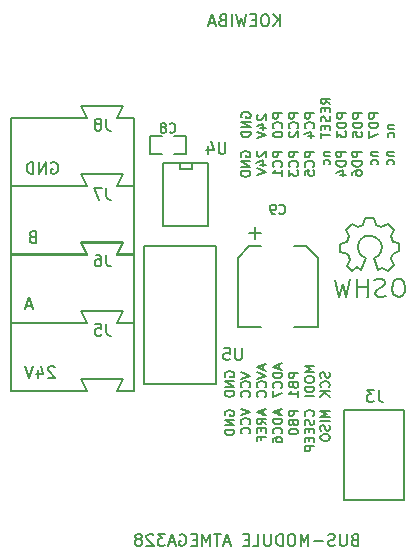
<source format=gbr>
G04 #@! TF.GenerationSoftware,KiCad,Pcbnew,5.0.0-fee4fd1~66~ubuntu16.04.1*
G04 #@! TF.CreationDate,2018-09-24T17:41:17+02:00*
G04 #@! TF.ProjectId,bus-module_atmega328,6275732D6D6F64756C655F61746D6567,B*
G04 #@! TF.SameCoordinates,Original*
G04 #@! TF.FileFunction,Legend,Bot*
G04 #@! TF.FilePolarity,Positive*
%FSLAX46Y46*%
G04 Gerber Fmt 4.6, Leading zero omitted, Abs format (unit mm)*
G04 Created by KiCad (PCBNEW 5.0.0-fee4fd1~66~ubuntu16.04.1) date Mon Sep 24 17:41:17 2018*
%MOMM*%
%LPD*%
G01*
G04 APERTURE LIST*
%ADD10C,0.150000*%
%ADD11C,0.200000*%
G04 APERTURE END LIST*
D10*
X103001190Y-78462380D02*
X103001190Y-77462380D01*
X102429761Y-78462380D02*
X102858333Y-77890952D01*
X102429761Y-77462380D02*
X103001190Y-78033809D01*
X101810714Y-77462380D02*
X101620238Y-77462380D01*
X101525000Y-77510000D01*
X101429761Y-77605238D01*
X101382142Y-77795714D01*
X101382142Y-78129047D01*
X101429761Y-78319523D01*
X101525000Y-78414761D01*
X101620238Y-78462380D01*
X101810714Y-78462380D01*
X101905952Y-78414761D01*
X102001190Y-78319523D01*
X102048809Y-78129047D01*
X102048809Y-77795714D01*
X102001190Y-77605238D01*
X101905952Y-77510000D01*
X101810714Y-77462380D01*
X100953571Y-77938571D02*
X100620238Y-77938571D01*
X100477380Y-78462380D02*
X100953571Y-78462380D01*
X100953571Y-77462380D01*
X100477380Y-77462380D01*
X100144047Y-77462380D02*
X99905952Y-78462380D01*
X99715476Y-77748095D01*
X99525000Y-78462380D01*
X99286904Y-77462380D01*
X98905952Y-78462380D02*
X98905952Y-77462380D01*
X98096428Y-77938571D02*
X97953571Y-77986190D01*
X97905952Y-78033809D01*
X97858333Y-78129047D01*
X97858333Y-78271904D01*
X97905952Y-78367142D01*
X97953571Y-78414761D01*
X98048809Y-78462380D01*
X98429761Y-78462380D01*
X98429761Y-77462380D01*
X98096428Y-77462380D01*
X98001190Y-77510000D01*
X97953571Y-77557619D01*
X97905952Y-77652857D01*
X97905952Y-77748095D01*
X97953571Y-77843333D01*
X98001190Y-77890952D01*
X98096428Y-77938571D01*
X98429761Y-77938571D01*
X97477380Y-78176666D02*
X97001190Y-78176666D01*
X97572619Y-78462380D02*
X97239285Y-77462380D01*
X96905952Y-78462380D01*
X99725000Y-86183928D02*
X99686904Y-86107738D01*
X99686904Y-85993452D01*
X99725000Y-85879166D01*
X99801190Y-85802976D01*
X99877380Y-85764880D01*
X100029761Y-85726785D01*
X100144047Y-85726785D01*
X100296428Y-85764880D01*
X100372619Y-85802976D01*
X100448809Y-85879166D01*
X100486904Y-85993452D01*
X100486904Y-86069642D01*
X100448809Y-86183928D01*
X100410714Y-86222023D01*
X100144047Y-86222023D01*
X100144047Y-86069642D01*
X100486904Y-86564880D02*
X99686904Y-86564880D01*
X100486904Y-87022023D01*
X99686904Y-87022023D01*
X100486904Y-87402976D02*
X99686904Y-87402976D01*
X99686904Y-87593452D01*
X99725000Y-87707738D01*
X99801190Y-87783928D01*
X99877380Y-87822023D01*
X100029761Y-87860119D01*
X100144047Y-87860119D01*
X100296428Y-87822023D01*
X100372619Y-87783928D01*
X100448809Y-87707738D01*
X100486904Y-87593452D01*
X100486904Y-87402976D01*
X101113095Y-85955357D02*
X101075000Y-85993452D01*
X101036904Y-86069642D01*
X101036904Y-86260119D01*
X101075000Y-86336309D01*
X101113095Y-86374404D01*
X101189285Y-86412500D01*
X101265476Y-86412500D01*
X101379761Y-86374404D01*
X101836904Y-85917261D01*
X101836904Y-86412500D01*
X101303571Y-87098214D02*
X101836904Y-87098214D01*
X100998809Y-86907738D02*
X101570238Y-86717261D01*
X101570238Y-87212500D01*
X101036904Y-87402976D02*
X101836904Y-87669642D01*
X101036904Y-87936309D01*
X103186904Y-85841071D02*
X102386904Y-85841071D01*
X102386904Y-86145833D01*
X102425000Y-86222023D01*
X102463095Y-86260119D01*
X102539285Y-86298214D01*
X102653571Y-86298214D01*
X102729761Y-86260119D01*
X102767857Y-86222023D01*
X102805952Y-86145833D01*
X102805952Y-85841071D01*
X103110714Y-87098214D02*
X103148809Y-87060119D01*
X103186904Y-86945833D01*
X103186904Y-86869642D01*
X103148809Y-86755357D01*
X103072619Y-86679166D01*
X102996428Y-86641071D01*
X102844047Y-86602976D01*
X102729761Y-86602976D01*
X102577380Y-86641071D01*
X102501190Y-86679166D01*
X102425000Y-86755357D01*
X102386904Y-86869642D01*
X102386904Y-86945833D01*
X102425000Y-87060119D01*
X102463095Y-87098214D01*
X102386904Y-87593452D02*
X102386904Y-87669642D01*
X102425000Y-87745833D01*
X102463095Y-87783928D01*
X102539285Y-87822023D01*
X102691666Y-87860119D01*
X102882142Y-87860119D01*
X103034523Y-87822023D01*
X103110714Y-87783928D01*
X103148809Y-87745833D01*
X103186904Y-87669642D01*
X103186904Y-87593452D01*
X103148809Y-87517261D01*
X103110714Y-87479166D01*
X103034523Y-87441071D01*
X102882142Y-87402976D01*
X102691666Y-87402976D01*
X102539285Y-87441071D01*
X102463095Y-87479166D01*
X102425000Y-87517261D01*
X102386904Y-87593452D01*
X104536904Y-85841071D02*
X103736904Y-85841071D01*
X103736904Y-86145833D01*
X103775000Y-86222023D01*
X103813095Y-86260119D01*
X103889285Y-86298214D01*
X104003571Y-86298214D01*
X104079761Y-86260119D01*
X104117857Y-86222023D01*
X104155952Y-86145833D01*
X104155952Y-85841071D01*
X104460714Y-87098214D02*
X104498809Y-87060119D01*
X104536904Y-86945833D01*
X104536904Y-86869642D01*
X104498809Y-86755357D01*
X104422619Y-86679166D01*
X104346428Y-86641071D01*
X104194047Y-86602976D01*
X104079761Y-86602976D01*
X103927380Y-86641071D01*
X103851190Y-86679166D01*
X103775000Y-86755357D01*
X103736904Y-86869642D01*
X103736904Y-86945833D01*
X103775000Y-87060119D01*
X103813095Y-87098214D01*
X103813095Y-87402976D02*
X103775000Y-87441071D01*
X103736904Y-87517261D01*
X103736904Y-87707738D01*
X103775000Y-87783928D01*
X103813095Y-87822023D01*
X103889285Y-87860119D01*
X103965476Y-87860119D01*
X104079761Y-87822023D01*
X104536904Y-87364880D01*
X104536904Y-87860119D01*
X105886904Y-85841071D02*
X105086904Y-85841071D01*
X105086904Y-86145833D01*
X105125000Y-86222023D01*
X105163095Y-86260119D01*
X105239285Y-86298214D01*
X105353571Y-86298214D01*
X105429761Y-86260119D01*
X105467857Y-86222023D01*
X105505952Y-86145833D01*
X105505952Y-85841071D01*
X105810714Y-87098214D02*
X105848809Y-87060119D01*
X105886904Y-86945833D01*
X105886904Y-86869642D01*
X105848809Y-86755357D01*
X105772619Y-86679166D01*
X105696428Y-86641071D01*
X105544047Y-86602976D01*
X105429761Y-86602976D01*
X105277380Y-86641071D01*
X105201190Y-86679166D01*
X105125000Y-86755357D01*
X105086904Y-86869642D01*
X105086904Y-86945833D01*
X105125000Y-87060119D01*
X105163095Y-87098214D01*
X105353571Y-87783928D02*
X105886904Y-87783928D01*
X105048809Y-87593452D02*
X105620238Y-87402976D01*
X105620238Y-87898214D01*
X107236904Y-85041071D02*
X106855952Y-84774404D01*
X107236904Y-84583928D02*
X106436904Y-84583928D01*
X106436904Y-84888690D01*
X106475000Y-84964880D01*
X106513095Y-85002976D01*
X106589285Y-85041071D01*
X106703571Y-85041071D01*
X106779761Y-85002976D01*
X106817857Y-84964880D01*
X106855952Y-84888690D01*
X106855952Y-84583928D01*
X106817857Y-85383928D02*
X106817857Y-85650595D01*
X107236904Y-85764880D02*
X107236904Y-85383928D01*
X106436904Y-85383928D01*
X106436904Y-85764880D01*
X107198809Y-86069642D02*
X107236904Y-86183928D01*
X107236904Y-86374404D01*
X107198809Y-86450595D01*
X107160714Y-86488690D01*
X107084523Y-86526785D01*
X107008333Y-86526785D01*
X106932142Y-86488690D01*
X106894047Y-86450595D01*
X106855952Y-86374404D01*
X106817857Y-86222023D01*
X106779761Y-86145833D01*
X106741666Y-86107738D01*
X106665476Y-86069642D01*
X106589285Y-86069642D01*
X106513095Y-86107738D01*
X106475000Y-86145833D01*
X106436904Y-86222023D01*
X106436904Y-86412500D01*
X106475000Y-86526785D01*
X106817857Y-86869642D02*
X106817857Y-87136309D01*
X107236904Y-87250595D02*
X107236904Y-86869642D01*
X106436904Y-86869642D01*
X106436904Y-87250595D01*
X106436904Y-87479166D02*
X106436904Y-87936309D01*
X107236904Y-87707738D02*
X106436904Y-87707738D01*
X108586904Y-85841071D02*
X107786904Y-85841071D01*
X107786904Y-86145833D01*
X107825000Y-86222023D01*
X107863095Y-86260119D01*
X107939285Y-86298214D01*
X108053571Y-86298214D01*
X108129761Y-86260119D01*
X108167857Y-86222023D01*
X108205952Y-86145833D01*
X108205952Y-85841071D01*
X108586904Y-86641071D02*
X107786904Y-86641071D01*
X107786904Y-86831547D01*
X107825000Y-86945833D01*
X107901190Y-87022023D01*
X107977380Y-87060119D01*
X108129761Y-87098214D01*
X108244047Y-87098214D01*
X108396428Y-87060119D01*
X108472619Y-87022023D01*
X108548809Y-86945833D01*
X108586904Y-86831547D01*
X108586904Y-86641071D01*
X107786904Y-87364880D02*
X107786904Y-87860119D01*
X108091666Y-87593452D01*
X108091666Y-87707738D01*
X108129761Y-87783928D01*
X108167857Y-87822023D01*
X108244047Y-87860119D01*
X108434523Y-87860119D01*
X108510714Y-87822023D01*
X108548809Y-87783928D01*
X108586904Y-87707738D01*
X108586904Y-87479166D01*
X108548809Y-87402976D01*
X108510714Y-87364880D01*
X109936904Y-85841071D02*
X109136904Y-85841071D01*
X109136904Y-86145833D01*
X109175000Y-86222023D01*
X109213095Y-86260119D01*
X109289285Y-86298214D01*
X109403571Y-86298214D01*
X109479761Y-86260119D01*
X109517857Y-86222023D01*
X109555952Y-86145833D01*
X109555952Y-85841071D01*
X109936904Y-86641071D02*
X109136904Y-86641071D01*
X109136904Y-86831547D01*
X109175000Y-86945833D01*
X109251190Y-87022023D01*
X109327380Y-87060119D01*
X109479761Y-87098214D01*
X109594047Y-87098214D01*
X109746428Y-87060119D01*
X109822619Y-87022023D01*
X109898809Y-86945833D01*
X109936904Y-86831547D01*
X109936904Y-86641071D01*
X109136904Y-87822023D02*
X109136904Y-87441071D01*
X109517857Y-87402976D01*
X109479761Y-87441071D01*
X109441666Y-87517261D01*
X109441666Y-87707738D01*
X109479761Y-87783928D01*
X109517857Y-87822023D01*
X109594047Y-87860119D01*
X109784523Y-87860119D01*
X109860714Y-87822023D01*
X109898809Y-87783928D01*
X109936904Y-87707738D01*
X109936904Y-87517261D01*
X109898809Y-87441071D01*
X109860714Y-87402976D01*
X111286904Y-85841071D02*
X110486904Y-85841071D01*
X110486904Y-86145833D01*
X110525000Y-86222023D01*
X110563095Y-86260119D01*
X110639285Y-86298214D01*
X110753571Y-86298214D01*
X110829761Y-86260119D01*
X110867857Y-86222023D01*
X110905952Y-86145833D01*
X110905952Y-85841071D01*
X111286904Y-86641071D02*
X110486904Y-86641071D01*
X110486904Y-86831547D01*
X110525000Y-86945833D01*
X110601190Y-87022023D01*
X110677380Y-87060119D01*
X110829761Y-87098214D01*
X110944047Y-87098214D01*
X111096428Y-87060119D01*
X111172619Y-87022023D01*
X111248809Y-86945833D01*
X111286904Y-86831547D01*
X111286904Y-86641071D01*
X110486904Y-87364880D02*
X110486904Y-87898214D01*
X111286904Y-87555357D01*
X112103571Y-86793452D02*
X112636904Y-86793452D01*
X112179761Y-86793452D02*
X112141666Y-86831547D01*
X112103571Y-86907738D01*
X112103571Y-87022023D01*
X112141666Y-87098214D01*
X112217857Y-87136309D01*
X112636904Y-87136309D01*
X112598809Y-87860119D02*
X112636904Y-87783928D01*
X112636904Y-87631547D01*
X112598809Y-87555357D01*
X112560714Y-87517261D01*
X112484523Y-87479166D01*
X112255952Y-87479166D01*
X112179761Y-87517261D01*
X112141666Y-87555357D01*
X112103571Y-87631547D01*
X112103571Y-87783928D01*
X112141666Y-87860119D01*
D11*
X83624714Y-90022000D02*
X83719952Y-89974380D01*
X83862809Y-89974380D01*
X84005666Y-90022000D01*
X84100904Y-90117238D01*
X84148523Y-90212476D01*
X84196142Y-90402952D01*
X84196142Y-90545809D01*
X84148523Y-90736285D01*
X84100904Y-90831523D01*
X84005666Y-90926761D01*
X83862809Y-90974380D01*
X83767571Y-90974380D01*
X83624714Y-90926761D01*
X83577095Y-90879142D01*
X83577095Y-90545809D01*
X83767571Y-90545809D01*
X83148523Y-90974380D02*
X83148523Y-89974380D01*
X82577095Y-90974380D01*
X82577095Y-89974380D01*
X82100904Y-90974380D02*
X82100904Y-89974380D01*
X81862809Y-89974380D01*
X81719952Y-90022000D01*
X81624714Y-90117238D01*
X81577095Y-90212476D01*
X81529476Y-90402952D01*
X81529476Y-90545809D01*
X81577095Y-90736285D01*
X81624714Y-90831523D01*
X81719952Y-90926761D01*
X81862809Y-90974380D01*
X82100904Y-90974380D01*
X82021571Y-96292571D02*
X81878714Y-96340190D01*
X81831095Y-96387809D01*
X81783476Y-96483047D01*
X81783476Y-96625904D01*
X81831095Y-96721142D01*
X81878714Y-96768761D01*
X81973952Y-96816380D01*
X82354904Y-96816380D01*
X82354904Y-95816380D01*
X82021571Y-95816380D01*
X81926333Y-95864000D01*
X81878714Y-95911619D01*
X81831095Y-96006857D01*
X81831095Y-96102095D01*
X81878714Y-96197333D01*
X81926333Y-96244952D01*
X82021571Y-96292571D01*
X82354904Y-96292571D01*
X82005666Y-102118666D02*
X81529476Y-102118666D01*
X82100904Y-102404380D02*
X81767571Y-101404380D01*
X81434238Y-102404380D01*
X83910428Y-107341619D02*
X83862809Y-107294000D01*
X83767571Y-107246380D01*
X83529476Y-107246380D01*
X83434238Y-107294000D01*
X83386619Y-107341619D01*
X83339000Y-107436857D01*
X83339000Y-107532095D01*
X83386619Y-107674952D01*
X83958047Y-108246380D01*
X83339000Y-108246380D01*
X82481857Y-107579714D02*
X82481857Y-108246380D01*
X82719952Y-107198761D02*
X82958047Y-107913047D01*
X82339000Y-107913047D01*
X82100904Y-107246380D02*
X81767571Y-108246380D01*
X81434238Y-107246380D01*
D10*
X98350000Y-111422023D02*
X98311904Y-111345833D01*
X98311904Y-111231547D01*
X98350000Y-111117261D01*
X98426190Y-111041071D01*
X98502380Y-111002976D01*
X98654761Y-110964880D01*
X98769047Y-110964880D01*
X98921428Y-111002976D01*
X98997619Y-111041071D01*
X99073809Y-111117261D01*
X99111904Y-111231547D01*
X99111904Y-111307738D01*
X99073809Y-111422023D01*
X99035714Y-111460119D01*
X98769047Y-111460119D01*
X98769047Y-111307738D01*
X99111904Y-111802976D02*
X98311904Y-111802976D01*
X99111904Y-112260119D01*
X98311904Y-112260119D01*
X99111904Y-112641071D02*
X98311904Y-112641071D01*
X98311904Y-112831547D01*
X98350000Y-112945833D01*
X98426190Y-113022023D01*
X98502380Y-113060119D01*
X98654761Y-113098214D01*
X98769047Y-113098214D01*
X98921428Y-113060119D01*
X98997619Y-113022023D01*
X99073809Y-112945833D01*
X99111904Y-112831547D01*
X99111904Y-112641071D01*
X99661904Y-110888690D02*
X100461904Y-111155357D01*
X99661904Y-111422023D01*
X100385714Y-112145833D02*
X100423809Y-112107738D01*
X100461904Y-111993452D01*
X100461904Y-111917261D01*
X100423809Y-111802976D01*
X100347619Y-111726785D01*
X100271428Y-111688690D01*
X100119047Y-111650595D01*
X100004761Y-111650595D01*
X99852380Y-111688690D01*
X99776190Y-111726785D01*
X99700000Y-111802976D01*
X99661904Y-111917261D01*
X99661904Y-111993452D01*
X99700000Y-112107738D01*
X99738095Y-112145833D01*
X100385714Y-112945833D02*
X100423809Y-112907738D01*
X100461904Y-112793452D01*
X100461904Y-112717261D01*
X100423809Y-112602976D01*
X100347619Y-112526785D01*
X100271428Y-112488690D01*
X100119047Y-112450595D01*
X100004761Y-112450595D01*
X99852380Y-112488690D01*
X99776190Y-112526785D01*
X99700000Y-112602976D01*
X99661904Y-112717261D01*
X99661904Y-112793452D01*
X99700000Y-112907738D01*
X99738095Y-112945833D01*
X101583333Y-110964880D02*
X101583333Y-111345833D01*
X101811904Y-110888690D02*
X101011904Y-111155357D01*
X101811904Y-111422023D01*
X101811904Y-112145833D02*
X101430952Y-111879166D01*
X101811904Y-111688690D02*
X101011904Y-111688690D01*
X101011904Y-111993452D01*
X101050000Y-112069642D01*
X101088095Y-112107738D01*
X101164285Y-112145833D01*
X101278571Y-112145833D01*
X101354761Y-112107738D01*
X101392857Y-112069642D01*
X101430952Y-111993452D01*
X101430952Y-111688690D01*
X101392857Y-112488690D02*
X101392857Y-112755357D01*
X101811904Y-112869642D02*
X101811904Y-112488690D01*
X101011904Y-112488690D01*
X101011904Y-112869642D01*
X101392857Y-113479166D02*
X101392857Y-113212500D01*
X101811904Y-113212500D02*
X101011904Y-113212500D01*
X101011904Y-113593452D01*
X102933333Y-110964880D02*
X102933333Y-111345833D01*
X103161904Y-110888690D02*
X102361904Y-111155357D01*
X103161904Y-111422023D01*
X103161904Y-111688690D02*
X102361904Y-111688690D01*
X102361904Y-111879166D01*
X102400000Y-111993452D01*
X102476190Y-112069642D01*
X102552380Y-112107738D01*
X102704761Y-112145833D01*
X102819047Y-112145833D01*
X102971428Y-112107738D01*
X103047619Y-112069642D01*
X103123809Y-111993452D01*
X103161904Y-111879166D01*
X103161904Y-111688690D01*
X103085714Y-112945833D02*
X103123809Y-112907738D01*
X103161904Y-112793452D01*
X103161904Y-112717261D01*
X103123809Y-112602976D01*
X103047619Y-112526785D01*
X102971428Y-112488690D01*
X102819047Y-112450595D01*
X102704761Y-112450595D01*
X102552380Y-112488690D01*
X102476190Y-112526785D01*
X102400000Y-112602976D01*
X102361904Y-112717261D01*
X102361904Y-112793452D01*
X102400000Y-112907738D01*
X102438095Y-112945833D01*
X102361904Y-113631547D02*
X102361904Y-113479166D01*
X102400000Y-113402976D01*
X102438095Y-113364880D01*
X102552380Y-113288690D01*
X102704761Y-113250595D01*
X103009523Y-113250595D01*
X103085714Y-113288690D01*
X103123809Y-113326785D01*
X103161904Y-113402976D01*
X103161904Y-113555357D01*
X103123809Y-113631547D01*
X103085714Y-113669642D01*
X103009523Y-113707738D01*
X102819047Y-113707738D01*
X102742857Y-113669642D01*
X102704761Y-113631547D01*
X102666666Y-113555357D01*
X102666666Y-113402976D01*
X102704761Y-113326785D01*
X102742857Y-113288690D01*
X102819047Y-113250595D01*
X104511904Y-111002976D02*
X103711904Y-111002976D01*
X103711904Y-111307738D01*
X103750000Y-111383928D01*
X103788095Y-111422023D01*
X103864285Y-111460119D01*
X103978571Y-111460119D01*
X104054761Y-111422023D01*
X104092857Y-111383928D01*
X104130952Y-111307738D01*
X104130952Y-111002976D01*
X104092857Y-112069642D02*
X104130952Y-112183928D01*
X104169047Y-112222023D01*
X104245238Y-112260119D01*
X104359523Y-112260119D01*
X104435714Y-112222023D01*
X104473809Y-112183928D01*
X104511904Y-112107738D01*
X104511904Y-111802976D01*
X103711904Y-111802976D01*
X103711904Y-112069642D01*
X103750000Y-112145833D01*
X103788095Y-112183928D01*
X103864285Y-112222023D01*
X103940476Y-112222023D01*
X104016666Y-112183928D01*
X104054761Y-112145833D01*
X104092857Y-112069642D01*
X104092857Y-111802976D01*
X103711904Y-112755357D02*
X103711904Y-112831547D01*
X103750000Y-112907738D01*
X103788095Y-112945833D01*
X103864285Y-112983928D01*
X104016666Y-113022023D01*
X104207142Y-113022023D01*
X104359523Y-112983928D01*
X104435714Y-112945833D01*
X104473809Y-112907738D01*
X104511904Y-112831547D01*
X104511904Y-112755357D01*
X104473809Y-112679166D01*
X104435714Y-112641071D01*
X104359523Y-112602976D01*
X104207142Y-112564880D01*
X104016666Y-112564880D01*
X103864285Y-112602976D01*
X103788095Y-112641071D01*
X103750000Y-112679166D01*
X103711904Y-112755357D01*
X105785714Y-111460119D02*
X105823809Y-111422023D01*
X105861904Y-111307738D01*
X105861904Y-111231547D01*
X105823809Y-111117261D01*
X105747619Y-111041071D01*
X105671428Y-111002976D01*
X105519047Y-110964880D01*
X105404761Y-110964880D01*
X105252380Y-111002976D01*
X105176190Y-111041071D01*
X105100000Y-111117261D01*
X105061904Y-111231547D01*
X105061904Y-111307738D01*
X105100000Y-111422023D01*
X105138095Y-111460119D01*
X105823809Y-111764880D02*
X105861904Y-111879166D01*
X105861904Y-112069642D01*
X105823809Y-112145833D01*
X105785714Y-112183928D01*
X105709523Y-112222023D01*
X105633333Y-112222023D01*
X105557142Y-112183928D01*
X105519047Y-112145833D01*
X105480952Y-112069642D01*
X105442857Y-111917261D01*
X105404761Y-111841071D01*
X105366666Y-111802976D01*
X105290476Y-111764880D01*
X105214285Y-111764880D01*
X105138095Y-111802976D01*
X105100000Y-111841071D01*
X105061904Y-111917261D01*
X105061904Y-112107738D01*
X105100000Y-112222023D01*
X105442857Y-112564880D02*
X105442857Y-112831547D01*
X105861904Y-112945833D02*
X105861904Y-112564880D01*
X105061904Y-112564880D01*
X105061904Y-112945833D01*
X105442857Y-113288690D02*
X105442857Y-113555357D01*
X105861904Y-113669642D02*
X105861904Y-113288690D01*
X105061904Y-113288690D01*
X105061904Y-113669642D01*
X105861904Y-114012500D02*
X105061904Y-114012500D01*
X105061904Y-114317261D01*
X105100000Y-114393452D01*
X105138095Y-114431547D01*
X105214285Y-114469642D01*
X105328571Y-114469642D01*
X105404761Y-114431547D01*
X105442857Y-114393452D01*
X105480952Y-114317261D01*
X105480952Y-114012500D01*
X107211904Y-111002976D02*
X106411904Y-111002976D01*
X106983333Y-111269642D01*
X106411904Y-111536309D01*
X107211904Y-111536309D01*
X107211904Y-111917261D02*
X106411904Y-111917261D01*
X107173809Y-112260119D02*
X107211904Y-112374404D01*
X107211904Y-112564880D01*
X107173809Y-112641071D01*
X107135714Y-112679166D01*
X107059523Y-112717261D01*
X106983333Y-112717261D01*
X106907142Y-112679166D01*
X106869047Y-112641071D01*
X106830952Y-112564880D01*
X106792857Y-112412500D01*
X106754761Y-112336309D01*
X106716666Y-112298214D01*
X106640476Y-112260119D01*
X106564285Y-112260119D01*
X106488095Y-112298214D01*
X106450000Y-112336309D01*
X106411904Y-112412500D01*
X106411904Y-112602976D01*
X106450000Y-112717261D01*
X106411904Y-113212500D02*
X106411904Y-113364880D01*
X106450000Y-113441071D01*
X106526190Y-113517261D01*
X106678571Y-113555357D01*
X106945238Y-113555357D01*
X107097619Y-113517261D01*
X107173809Y-113441071D01*
X107211904Y-113364880D01*
X107211904Y-113212500D01*
X107173809Y-113136309D01*
X107097619Y-113060119D01*
X106945238Y-113022023D01*
X106678571Y-113022023D01*
X106526190Y-113060119D01*
X106450000Y-113136309D01*
X106411904Y-113212500D01*
X98350000Y-108153928D02*
X98311904Y-108077738D01*
X98311904Y-107963452D01*
X98350000Y-107849166D01*
X98426190Y-107772976D01*
X98502380Y-107734880D01*
X98654761Y-107696785D01*
X98769047Y-107696785D01*
X98921428Y-107734880D01*
X98997619Y-107772976D01*
X99073809Y-107849166D01*
X99111904Y-107963452D01*
X99111904Y-108039642D01*
X99073809Y-108153928D01*
X99035714Y-108192023D01*
X98769047Y-108192023D01*
X98769047Y-108039642D01*
X99111904Y-108534880D02*
X98311904Y-108534880D01*
X99111904Y-108992023D01*
X98311904Y-108992023D01*
X99111904Y-109372976D02*
X98311904Y-109372976D01*
X98311904Y-109563452D01*
X98350000Y-109677738D01*
X98426190Y-109753928D01*
X98502380Y-109792023D01*
X98654761Y-109830119D01*
X98769047Y-109830119D01*
X98921428Y-109792023D01*
X98997619Y-109753928D01*
X99073809Y-109677738D01*
X99111904Y-109563452D01*
X99111904Y-109372976D01*
X99661904Y-107772976D02*
X100461904Y-108039642D01*
X99661904Y-108306309D01*
X100385714Y-109030119D02*
X100423809Y-108992023D01*
X100461904Y-108877738D01*
X100461904Y-108801547D01*
X100423809Y-108687261D01*
X100347619Y-108611071D01*
X100271428Y-108572976D01*
X100119047Y-108534880D01*
X100004761Y-108534880D01*
X99852380Y-108572976D01*
X99776190Y-108611071D01*
X99700000Y-108687261D01*
X99661904Y-108801547D01*
X99661904Y-108877738D01*
X99700000Y-108992023D01*
X99738095Y-109030119D01*
X100385714Y-109830119D02*
X100423809Y-109792023D01*
X100461904Y-109677738D01*
X100461904Y-109601547D01*
X100423809Y-109487261D01*
X100347619Y-109411071D01*
X100271428Y-109372976D01*
X100119047Y-109334880D01*
X100004761Y-109334880D01*
X99852380Y-109372976D01*
X99776190Y-109411071D01*
X99700000Y-109487261D01*
X99661904Y-109601547D01*
X99661904Y-109677738D01*
X99700000Y-109792023D01*
X99738095Y-109830119D01*
X101583333Y-107163452D02*
X101583333Y-107544404D01*
X101811904Y-107087261D02*
X101011904Y-107353928D01*
X101811904Y-107620595D01*
X101011904Y-107772976D02*
X101811904Y-108039642D01*
X101011904Y-108306309D01*
X101735714Y-109030119D02*
X101773809Y-108992023D01*
X101811904Y-108877738D01*
X101811904Y-108801547D01*
X101773809Y-108687261D01*
X101697619Y-108611071D01*
X101621428Y-108572976D01*
X101469047Y-108534880D01*
X101354761Y-108534880D01*
X101202380Y-108572976D01*
X101126190Y-108611071D01*
X101050000Y-108687261D01*
X101011904Y-108801547D01*
X101011904Y-108877738D01*
X101050000Y-108992023D01*
X101088095Y-109030119D01*
X101735714Y-109830119D02*
X101773809Y-109792023D01*
X101811904Y-109677738D01*
X101811904Y-109601547D01*
X101773809Y-109487261D01*
X101697619Y-109411071D01*
X101621428Y-109372976D01*
X101469047Y-109334880D01*
X101354761Y-109334880D01*
X101202380Y-109372976D01*
X101126190Y-109411071D01*
X101050000Y-109487261D01*
X101011904Y-109601547D01*
X101011904Y-109677738D01*
X101050000Y-109792023D01*
X101088095Y-109830119D01*
X102933333Y-107087261D02*
X102933333Y-107468214D01*
X103161904Y-107011071D02*
X102361904Y-107277738D01*
X103161904Y-107544404D01*
X103161904Y-107811071D02*
X102361904Y-107811071D01*
X102361904Y-108001547D01*
X102400000Y-108115833D01*
X102476190Y-108192023D01*
X102552380Y-108230119D01*
X102704761Y-108268214D01*
X102819047Y-108268214D01*
X102971428Y-108230119D01*
X103047619Y-108192023D01*
X103123809Y-108115833D01*
X103161904Y-108001547D01*
X103161904Y-107811071D01*
X103085714Y-109068214D02*
X103123809Y-109030119D01*
X103161904Y-108915833D01*
X103161904Y-108839642D01*
X103123809Y-108725357D01*
X103047619Y-108649166D01*
X102971428Y-108611071D01*
X102819047Y-108572976D01*
X102704761Y-108572976D01*
X102552380Y-108611071D01*
X102476190Y-108649166D01*
X102400000Y-108725357D01*
X102361904Y-108839642D01*
X102361904Y-108915833D01*
X102400000Y-109030119D01*
X102438095Y-109068214D01*
X102361904Y-109334880D02*
X102361904Y-109868214D01*
X103161904Y-109525357D01*
X104511904Y-107811071D02*
X103711904Y-107811071D01*
X103711904Y-108115833D01*
X103750000Y-108192023D01*
X103788095Y-108230119D01*
X103864285Y-108268214D01*
X103978571Y-108268214D01*
X104054761Y-108230119D01*
X104092857Y-108192023D01*
X104130952Y-108115833D01*
X104130952Y-107811071D01*
X104092857Y-108877738D02*
X104130952Y-108992023D01*
X104169047Y-109030119D01*
X104245238Y-109068214D01*
X104359523Y-109068214D01*
X104435714Y-109030119D01*
X104473809Y-108992023D01*
X104511904Y-108915833D01*
X104511904Y-108611071D01*
X103711904Y-108611071D01*
X103711904Y-108877738D01*
X103750000Y-108953928D01*
X103788095Y-108992023D01*
X103864285Y-109030119D01*
X103940476Y-109030119D01*
X104016666Y-108992023D01*
X104054761Y-108953928D01*
X104092857Y-108877738D01*
X104092857Y-108611071D01*
X104511904Y-109830119D02*
X104511904Y-109372976D01*
X104511904Y-109601547D02*
X103711904Y-109601547D01*
X103826190Y-109525357D01*
X103902380Y-109449166D01*
X103940476Y-109372976D01*
X105861904Y-107239642D02*
X105061904Y-107239642D01*
X105633333Y-107506309D01*
X105061904Y-107772976D01*
X105861904Y-107772976D01*
X105061904Y-108306309D02*
X105061904Y-108458690D01*
X105100000Y-108534880D01*
X105176190Y-108611071D01*
X105328571Y-108649166D01*
X105595238Y-108649166D01*
X105747619Y-108611071D01*
X105823809Y-108534880D01*
X105861904Y-108458690D01*
X105861904Y-108306309D01*
X105823809Y-108230119D01*
X105747619Y-108153928D01*
X105595238Y-108115833D01*
X105328571Y-108115833D01*
X105176190Y-108153928D01*
X105100000Y-108230119D01*
X105061904Y-108306309D01*
X105861904Y-108992023D02*
X105061904Y-108992023D01*
X105061904Y-109182500D01*
X105100000Y-109296785D01*
X105176190Y-109372976D01*
X105252380Y-109411071D01*
X105404761Y-109449166D01*
X105519047Y-109449166D01*
X105671428Y-109411071D01*
X105747619Y-109372976D01*
X105823809Y-109296785D01*
X105861904Y-109182500D01*
X105861904Y-108992023D01*
X105861904Y-109792023D02*
X105061904Y-109792023D01*
X107173809Y-107772976D02*
X107211904Y-107887261D01*
X107211904Y-108077738D01*
X107173809Y-108153928D01*
X107135714Y-108192023D01*
X107059523Y-108230119D01*
X106983333Y-108230119D01*
X106907142Y-108192023D01*
X106869047Y-108153928D01*
X106830952Y-108077738D01*
X106792857Y-107925357D01*
X106754761Y-107849166D01*
X106716666Y-107811071D01*
X106640476Y-107772976D01*
X106564285Y-107772976D01*
X106488095Y-107811071D01*
X106450000Y-107849166D01*
X106411904Y-107925357D01*
X106411904Y-108115833D01*
X106450000Y-108230119D01*
X107135714Y-109030119D02*
X107173809Y-108992023D01*
X107211904Y-108877738D01*
X107211904Y-108801547D01*
X107173809Y-108687261D01*
X107097619Y-108611071D01*
X107021428Y-108572976D01*
X106869047Y-108534880D01*
X106754761Y-108534880D01*
X106602380Y-108572976D01*
X106526190Y-108611071D01*
X106450000Y-108687261D01*
X106411904Y-108801547D01*
X106411904Y-108877738D01*
X106450000Y-108992023D01*
X106488095Y-109030119D01*
X107211904Y-109372976D02*
X106411904Y-109372976D01*
X107211904Y-109830119D02*
X106754761Y-109487261D01*
X106411904Y-109830119D02*
X106869047Y-109372976D01*
X109295238Y-121928571D02*
X109152380Y-121976190D01*
X109104761Y-122023809D01*
X109057142Y-122119047D01*
X109057142Y-122261904D01*
X109104761Y-122357142D01*
X109152380Y-122404761D01*
X109247619Y-122452380D01*
X109628571Y-122452380D01*
X109628571Y-121452380D01*
X109295238Y-121452380D01*
X109200000Y-121500000D01*
X109152380Y-121547619D01*
X109104761Y-121642857D01*
X109104761Y-121738095D01*
X109152380Y-121833333D01*
X109200000Y-121880952D01*
X109295238Y-121928571D01*
X109628571Y-121928571D01*
X108628571Y-121452380D02*
X108628571Y-122261904D01*
X108580952Y-122357142D01*
X108533333Y-122404761D01*
X108438095Y-122452380D01*
X108247619Y-122452380D01*
X108152380Y-122404761D01*
X108104761Y-122357142D01*
X108057142Y-122261904D01*
X108057142Y-121452380D01*
X107628571Y-122404761D02*
X107485714Y-122452380D01*
X107247619Y-122452380D01*
X107152380Y-122404761D01*
X107104761Y-122357142D01*
X107057142Y-122261904D01*
X107057142Y-122166666D01*
X107104761Y-122071428D01*
X107152380Y-122023809D01*
X107247619Y-121976190D01*
X107438095Y-121928571D01*
X107533333Y-121880952D01*
X107580952Y-121833333D01*
X107628571Y-121738095D01*
X107628571Y-121642857D01*
X107580952Y-121547619D01*
X107533333Y-121500000D01*
X107438095Y-121452380D01*
X107200000Y-121452380D01*
X107057142Y-121500000D01*
X106628571Y-122071428D02*
X105866666Y-122071428D01*
X105390476Y-122452380D02*
X105390476Y-121452380D01*
X105057142Y-122166666D01*
X104723809Y-121452380D01*
X104723809Y-122452380D01*
X104057142Y-121452380D02*
X103866666Y-121452380D01*
X103771428Y-121500000D01*
X103676190Y-121595238D01*
X103628571Y-121785714D01*
X103628571Y-122119047D01*
X103676190Y-122309523D01*
X103771428Y-122404761D01*
X103866666Y-122452380D01*
X104057142Y-122452380D01*
X104152380Y-122404761D01*
X104247619Y-122309523D01*
X104295238Y-122119047D01*
X104295238Y-121785714D01*
X104247619Y-121595238D01*
X104152380Y-121500000D01*
X104057142Y-121452380D01*
X103200000Y-122452380D02*
X103200000Y-121452380D01*
X102961904Y-121452380D01*
X102819047Y-121500000D01*
X102723809Y-121595238D01*
X102676190Y-121690476D01*
X102628571Y-121880952D01*
X102628571Y-122023809D01*
X102676190Y-122214285D01*
X102723809Y-122309523D01*
X102819047Y-122404761D01*
X102961904Y-122452380D01*
X103200000Y-122452380D01*
X102200000Y-121452380D02*
X102200000Y-122261904D01*
X102152380Y-122357142D01*
X102104761Y-122404761D01*
X102009523Y-122452380D01*
X101819047Y-122452380D01*
X101723809Y-122404761D01*
X101676190Y-122357142D01*
X101628571Y-122261904D01*
X101628571Y-121452380D01*
X100676190Y-122452380D02*
X101152380Y-122452380D01*
X101152380Y-121452380D01*
X100342857Y-121928571D02*
X100009523Y-121928571D01*
X99866666Y-122452380D02*
X100342857Y-122452380D01*
X100342857Y-121452380D01*
X99866666Y-121452380D01*
X98723809Y-122166666D02*
X98247619Y-122166666D01*
X98819047Y-122452380D02*
X98485714Y-121452380D01*
X98152380Y-122452380D01*
X97961904Y-121452380D02*
X97390476Y-121452380D01*
X97676190Y-122452380D02*
X97676190Y-121452380D01*
X97057142Y-122452380D02*
X97057142Y-121452380D01*
X96723809Y-122166666D01*
X96390476Y-121452380D01*
X96390476Y-122452380D01*
X95914285Y-121928571D02*
X95580952Y-121928571D01*
X95438095Y-122452380D02*
X95914285Y-122452380D01*
X95914285Y-121452380D01*
X95438095Y-121452380D01*
X94485714Y-121500000D02*
X94580952Y-121452380D01*
X94723809Y-121452380D01*
X94866666Y-121500000D01*
X94961904Y-121595238D01*
X95009523Y-121690476D01*
X95057142Y-121880952D01*
X95057142Y-122023809D01*
X95009523Y-122214285D01*
X94961904Y-122309523D01*
X94866666Y-122404761D01*
X94723809Y-122452380D01*
X94628571Y-122452380D01*
X94485714Y-122404761D01*
X94438095Y-122357142D01*
X94438095Y-122023809D01*
X94628571Y-122023809D01*
X94057142Y-122166666D02*
X93580952Y-122166666D01*
X94152380Y-122452380D02*
X93819047Y-121452380D01*
X93485714Y-122452380D01*
X93247619Y-121452380D02*
X92628571Y-121452380D01*
X92961904Y-121833333D01*
X92819047Y-121833333D01*
X92723809Y-121880952D01*
X92676190Y-121928571D01*
X92628571Y-122023809D01*
X92628571Y-122261904D01*
X92676190Y-122357142D01*
X92723809Y-122404761D01*
X92819047Y-122452380D01*
X93104761Y-122452380D01*
X93200000Y-122404761D01*
X93247619Y-122357142D01*
X92247619Y-121547619D02*
X92200000Y-121500000D01*
X92104761Y-121452380D01*
X91866666Y-121452380D01*
X91771428Y-121500000D01*
X91723809Y-121547619D01*
X91676190Y-121642857D01*
X91676190Y-121738095D01*
X91723809Y-121880952D01*
X92295238Y-122452380D01*
X91676190Y-122452380D01*
X91104761Y-121880952D02*
X91200000Y-121833333D01*
X91247619Y-121785714D01*
X91295238Y-121690476D01*
X91295238Y-121642857D01*
X91247619Y-121547619D01*
X91200000Y-121500000D01*
X91104761Y-121452380D01*
X90914285Y-121452380D01*
X90819047Y-121500000D01*
X90771428Y-121547619D01*
X90723809Y-121642857D01*
X90723809Y-121690476D01*
X90771428Y-121785714D01*
X90819047Y-121833333D01*
X90914285Y-121880952D01*
X91104761Y-121880952D01*
X91200000Y-121928571D01*
X91247619Y-121976190D01*
X91295238Y-122071428D01*
X91295238Y-122261904D01*
X91247619Y-122357142D01*
X91200000Y-122404761D01*
X91104761Y-122452380D01*
X90914285Y-122452380D01*
X90819047Y-122404761D01*
X90771428Y-122357142D01*
X90723809Y-122261904D01*
X90723809Y-122071428D01*
X90771428Y-121976190D01*
X90819047Y-121928571D01*
X90914285Y-121880952D01*
X99700000Y-89517023D02*
X99661904Y-89440833D01*
X99661904Y-89326547D01*
X99700000Y-89212261D01*
X99776190Y-89136071D01*
X99852380Y-89097976D01*
X100004761Y-89059880D01*
X100119047Y-89059880D01*
X100271428Y-89097976D01*
X100347619Y-89136071D01*
X100423809Y-89212261D01*
X100461904Y-89326547D01*
X100461904Y-89402738D01*
X100423809Y-89517023D01*
X100385714Y-89555119D01*
X100119047Y-89555119D01*
X100119047Y-89402738D01*
X100461904Y-89897976D02*
X99661904Y-89897976D01*
X100461904Y-90355119D01*
X99661904Y-90355119D01*
X100461904Y-90736071D02*
X99661904Y-90736071D01*
X99661904Y-90926547D01*
X99700000Y-91040833D01*
X99776190Y-91117023D01*
X99852380Y-91155119D01*
X100004761Y-91193214D01*
X100119047Y-91193214D01*
X100271428Y-91155119D01*
X100347619Y-91117023D01*
X100423809Y-91040833D01*
X100461904Y-90926547D01*
X100461904Y-90736071D01*
X101088095Y-89059880D02*
X101050000Y-89097976D01*
X101011904Y-89174166D01*
X101011904Y-89364642D01*
X101050000Y-89440833D01*
X101088095Y-89478928D01*
X101164285Y-89517023D01*
X101240476Y-89517023D01*
X101354761Y-89478928D01*
X101811904Y-89021785D01*
X101811904Y-89517023D01*
X101278571Y-90202738D02*
X101811904Y-90202738D01*
X100973809Y-90012261D02*
X101545238Y-89821785D01*
X101545238Y-90317023D01*
X101011904Y-90507500D02*
X101811904Y-90774166D01*
X101011904Y-91040833D01*
X103161904Y-89097976D02*
X102361904Y-89097976D01*
X102361904Y-89402738D01*
X102400000Y-89478928D01*
X102438095Y-89517023D01*
X102514285Y-89555119D01*
X102628571Y-89555119D01*
X102704761Y-89517023D01*
X102742857Y-89478928D01*
X102780952Y-89402738D01*
X102780952Y-89097976D01*
X103085714Y-90355119D02*
X103123809Y-90317023D01*
X103161904Y-90202738D01*
X103161904Y-90126547D01*
X103123809Y-90012261D01*
X103047619Y-89936071D01*
X102971428Y-89897976D01*
X102819047Y-89859880D01*
X102704761Y-89859880D01*
X102552380Y-89897976D01*
X102476190Y-89936071D01*
X102400000Y-90012261D01*
X102361904Y-90126547D01*
X102361904Y-90202738D01*
X102400000Y-90317023D01*
X102438095Y-90355119D01*
X103161904Y-91117023D02*
X103161904Y-90659880D01*
X103161904Y-90888452D02*
X102361904Y-90888452D01*
X102476190Y-90812261D01*
X102552380Y-90736071D01*
X102590476Y-90659880D01*
X104511904Y-89097976D02*
X103711904Y-89097976D01*
X103711904Y-89402738D01*
X103750000Y-89478928D01*
X103788095Y-89517023D01*
X103864285Y-89555119D01*
X103978571Y-89555119D01*
X104054761Y-89517023D01*
X104092857Y-89478928D01*
X104130952Y-89402738D01*
X104130952Y-89097976D01*
X104435714Y-90355119D02*
X104473809Y-90317023D01*
X104511904Y-90202738D01*
X104511904Y-90126547D01*
X104473809Y-90012261D01*
X104397619Y-89936071D01*
X104321428Y-89897976D01*
X104169047Y-89859880D01*
X104054761Y-89859880D01*
X103902380Y-89897976D01*
X103826190Y-89936071D01*
X103750000Y-90012261D01*
X103711904Y-90126547D01*
X103711904Y-90202738D01*
X103750000Y-90317023D01*
X103788095Y-90355119D01*
X103711904Y-90621785D02*
X103711904Y-91117023D01*
X104016666Y-90850357D01*
X104016666Y-90964642D01*
X104054761Y-91040833D01*
X104092857Y-91078928D01*
X104169047Y-91117023D01*
X104359523Y-91117023D01*
X104435714Y-91078928D01*
X104473809Y-91040833D01*
X104511904Y-90964642D01*
X104511904Y-90736071D01*
X104473809Y-90659880D01*
X104435714Y-90621785D01*
X105861904Y-89097976D02*
X105061904Y-89097976D01*
X105061904Y-89402738D01*
X105100000Y-89478928D01*
X105138095Y-89517023D01*
X105214285Y-89555119D01*
X105328571Y-89555119D01*
X105404761Y-89517023D01*
X105442857Y-89478928D01*
X105480952Y-89402738D01*
X105480952Y-89097976D01*
X105785714Y-90355119D02*
X105823809Y-90317023D01*
X105861904Y-90202738D01*
X105861904Y-90126547D01*
X105823809Y-90012261D01*
X105747619Y-89936071D01*
X105671428Y-89897976D01*
X105519047Y-89859880D01*
X105404761Y-89859880D01*
X105252380Y-89897976D01*
X105176190Y-89936071D01*
X105100000Y-90012261D01*
X105061904Y-90126547D01*
X105061904Y-90202738D01*
X105100000Y-90317023D01*
X105138095Y-90355119D01*
X105061904Y-91078928D02*
X105061904Y-90697976D01*
X105442857Y-90659880D01*
X105404761Y-90697976D01*
X105366666Y-90774166D01*
X105366666Y-90964642D01*
X105404761Y-91040833D01*
X105442857Y-91078928D01*
X105519047Y-91117023D01*
X105709523Y-91117023D01*
X105785714Y-91078928D01*
X105823809Y-91040833D01*
X105861904Y-90964642D01*
X105861904Y-90774166D01*
X105823809Y-90697976D01*
X105785714Y-90659880D01*
X106678571Y-89097976D02*
X107211904Y-89097976D01*
X106754761Y-89097976D02*
X106716666Y-89136071D01*
X106678571Y-89212261D01*
X106678571Y-89326547D01*
X106716666Y-89402738D01*
X106792857Y-89440833D01*
X107211904Y-89440833D01*
X107173809Y-90164642D02*
X107211904Y-90088452D01*
X107211904Y-89936071D01*
X107173809Y-89859880D01*
X107135714Y-89821785D01*
X107059523Y-89783690D01*
X106830952Y-89783690D01*
X106754761Y-89821785D01*
X106716666Y-89859880D01*
X106678571Y-89936071D01*
X106678571Y-90088452D01*
X106716666Y-90164642D01*
X108561904Y-89097976D02*
X107761904Y-89097976D01*
X107761904Y-89402738D01*
X107800000Y-89478928D01*
X107838095Y-89517023D01*
X107914285Y-89555119D01*
X108028571Y-89555119D01*
X108104761Y-89517023D01*
X108142857Y-89478928D01*
X108180952Y-89402738D01*
X108180952Y-89097976D01*
X108561904Y-89897976D02*
X107761904Y-89897976D01*
X107761904Y-90088452D01*
X107800000Y-90202738D01*
X107876190Y-90278928D01*
X107952380Y-90317023D01*
X108104761Y-90355119D01*
X108219047Y-90355119D01*
X108371428Y-90317023D01*
X108447619Y-90278928D01*
X108523809Y-90202738D01*
X108561904Y-90088452D01*
X108561904Y-89897976D01*
X108028571Y-91040833D02*
X108561904Y-91040833D01*
X107723809Y-90850357D02*
X108295238Y-90659880D01*
X108295238Y-91155119D01*
X109911904Y-89097976D02*
X109111904Y-89097976D01*
X109111904Y-89402738D01*
X109150000Y-89478928D01*
X109188095Y-89517023D01*
X109264285Y-89555119D01*
X109378571Y-89555119D01*
X109454761Y-89517023D01*
X109492857Y-89478928D01*
X109530952Y-89402738D01*
X109530952Y-89097976D01*
X109911904Y-89897976D02*
X109111904Y-89897976D01*
X109111904Y-90088452D01*
X109150000Y-90202738D01*
X109226190Y-90278928D01*
X109302380Y-90317023D01*
X109454761Y-90355119D01*
X109569047Y-90355119D01*
X109721428Y-90317023D01*
X109797619Y-90278928D01*
X109873809Y-90202738D01*
X109911904Y-90088452D01*
X109911904Y-89897976D01*
X109111904Y-91040833D02*
X109111904Y-90888452D01*
X109150000Y-90812261D01*
X109188095Y-90774166D01*
X109302380Y-90697976D01*
X109454761Y-90659880D01*
X109759523Y-90659880D01*
X109835714Y-90697976D01*
X109873809Y-90736071D01*
X109911904Y-90812261D01*
X109911904Y-90964642D01*
X109873809Y-91040833D01*
X109835714Y-91078928D01*
X109759523Y-91117023D01*
X109569047Y-91117023D01*
X109492857Y-91078928D01*
X109454761Y-91040833D01*
X109416666Y-90964642D01*
X109416666Y-90812261D01*
X109454761Y-90736071D01*
X109492857Y-90697976D01*
X109569047Y-90659880D01*
X110728571Y-89097976D02*
X111261904Y-89097976D01*
X110804761Y-89097976D02*
X110766666Y-89136071D01*
X110728571Y-89212261D01*
X110728571Y-89326547D01*
X110766666Y-89402738D01*
X110842857Y-89440833D01*
X111261904Y-89440833D01*
X111223809Y-90164642D02*
X111261904Y-90088452D01*
X111261904Y-89936071D01*
X111223809Y-89859880D01*
X111185714Y-89821785D01*
X111109523Y-89783690D01*
X110880952Y-89783690D01*
X110804761Y-89821785D01*
X110766666Y-89859880D01*
X110728571Y-89936071D01*
X110728571Y-90088452D01*
X110766666Y-90164642D01*
X112078571Y-89097976D02*
X112611904Y-89097976D01*
X112154761Y-89097976D02*
X112116666Y-89136071D01*
X112078571Y-89212261D01*
X112078571Y-89326547D01*
X112116666Y-89402738D01*
X112192857Y-89440833D01*
X112611904Y-89440833D01*
X112573809Y-90164642D02*
X112611904Y-90088452D01*
X112611904Y-89936071D01*
X112573809Y-89859880D01*
X112535714Y-89821785D01*
X112459523Y-89783690D01*
X112230952Y-89783690D01*
X112154761Y-89821785D01*
X112116666Y-89859880D01*
X112078571Y-89936071D01*
X112078571Y-90088452D01*
X112116666Y-90164642D01*
G04 #@! TO.C,C9*
X99398940Y-103901060D02*
X101400460Y-103901060D01*
X104199540Y-103901060D02*
X106201060Y-103901060D01*
X105200300Y-97098940D02*
X106201060Y-98099700D01*
X106201060Y-98099700D02*
X106201060Y-103901060D01*
X105200300Y-97098940D02*
X104199540Y-97098940D01*
X99398940Y-98099700D02*
X99398940Y-103901060D01*
X100399700Y-97098940D02*
X99398940Y-98099700D01*
X101400460Y-97098940D02*
X100399700Y-97098940D01*
X101400460Y-95999120D02*
X100399700Y-95999120D01*
X100900080Y-96499500D02*
X100900080Y-95498740D01*
G04 #@! TO.C,C8*
X91976000Y-89262000D02*
X92992000Y-89262000D01*
X91976000Y-87738000D02*
X91976000Y-89262000D01*
X92992000Y-87738000D02*
X91976000Y-87738000D01*
X95024000Y-87738000D02*
X94008000Y-87738000D01*
X95024000Y-89262000D02*
X95024000Y-87738000D01*
X94008000Y-89262000D02*
X95024000Y-89262000D01*
G04 #@! TO.C,U4*
X93095000Y-95417000D02*
X96905000Y-95417000D01*
X95508000Y-90591000D02*
X95508000Y-90083000D01*
X94492000Y-90591000D02*
X95508000Y-90591000D01*
X94492000Y-90083000D02*
X94492000Y-90591000D01*
X93095000Y-90083000D02*
X96778000Y-90083000D01*
X93095000Y-95417000D02*
X93095000Y-90083000D01*
X96905000Y-90083000D02*
X96905000Y-95417000D01*
X96778000Y-90083000D02*
X96905000Y-90083000D01*
G04 #@! TO.C,U5*
X97576000Y-108782000D02*
X91480000Y-108782000D01*
X97576000Y-97098000D02*
X97576000Y-108782000D01*
X91480000Y-97098000D02*
X97576000Y-97098000D01*
X91480000Y-108782000D02*
X91480000Y-97098000D01*
G04 #@! TO.C,J3*
X113520000Y-110940000D02*
X108440000Y-110940000D01*
X113520000Y-118560000D02*
X113520000Y-110940000D01*
X108440000Y-118560000D02*
X113520000Y-118560000D01*
X108440000Y-110940000D02*
X108440000Y-118560000D01*
G04 #@! TO.C,J6*
X80190000Y-97809600D02*
X80190000Y-103550000D01*
X90654800Y-103550000D02*
X90654800Y-97809600D01*
X86133600Y-102534000D02*
X86641600Y-103550000D01*
X89664200Y-102534000D02*
X86133600Y-102534000D01*
X89156200Y-103550000D02*
X89664200Y-102534000D01*
X86133600Y-96793600D02*
X86641600Y-97809600D01*
X89664200Y-96793600D02*
X86133600Y-96793600D01*
X89156200Y-97809600D02*
X89664200Y-96793600D01*
X90654800Y-103550000D02*
X89156200Y-103550000D01*
X80190000Y-103550000D02*
X86641600Y-103550000D01*
X90654800Y-97809600D02*
X89156200Y-97809600D01*
X80190000Y-97809600D02*
X86641600Y-97809600D01*
G04 #@! TO.C,J8*
X80190000Y-86209600D02*
X80190000Y-91950000D01*
X90654800Y-91950000D02*
X90654800Y-86209600D01*
X86133600Y-90934000D02*
X86641600Y-91950000D01*
X89664200Y-90934000D02*
X86133600Y-90934000D01*
X89156200Y-91950000D02*
X89664200Y-90934000D01*
X86133600Y-85193600D02*
X86641600Y-86209600D01*
X89664200Y-85193600D02*
X86133600Y-85193600D01*
X89156200Y-86209600D02*
X89664200Y-85193600D01*
X90654800Y-91950000D02*
X89156200Y-91950000D01*
X80190000Y-91950000D02*
X86641600Y-91950000D01*
X90654800Y-86209600D02*
X89156200Y-86209600D01*
X80190000Y-86209600D02*
X86641600Y-86209600D01*
G04 #@! TO.C,J7*
X80190000Y-92009600D02*
X80190000Y-97750000D01*
X90654800Y-97750000D02*
X90654800Y-92009600D01*
X86133600Y-96734000D02*
X86641600Y-97750000D01*
X89664200Y-96734000D02*
X86133600Y-96734000D01*
X89156200Y-97750000D02*
X89664200Y-96734000D01*
X86133600Y-90993600D02*
X86641600Y-92009600D01*
X89664200Y-90993600D02*
X86133600Y-90993600D01*
X89156200Y-92009600D02*
X89664200Y-90993600D01*
X90654800Y-97750000D02*
X89156200Y-97750000D01*
X80190000Y-97750000D02*
X86641600Y-97750000D01*
X90654800Y-92009600D02*
X89156200Y-92009600D01*
X80190000Y-92009600D02*
X86641600Y-92009600D01*
G04 #@! TO.C,J5*
X80190000Y-103609600D02*
X80190000Y-109350000D01*
X90654800Y-109350000D02*
X90654800Y-103609600D01*
X86133600Y-108334000D02*
X86641600Y-109350000D01*
X89664200Y-108334000D02*
X86133600Y-108334000D01*
X89156200Y-109350000D02*
X89664200Y-108334000D01*
X86133600Y-102593600D02*
X86641600Y-103609600D01*
X89664200Y-102593600D02*
X86133600Y-102593600D01*
X89156200Y-103609600D02*
X89664200Y-102593600D01*
X90654800Y-109350000D02*
X89156200Y-109350000D01*
X80190000Y-109350000D02*
X86641600Y-109350000D01*
X90654800Y-103609600D02*
X89156200Y-103609600D01*
X80190000Y-103609600D02*
X86641600Y-103609600D01*
G04 #@! TO.C,LOGO1*
X108931220Y-99889860D02*
X108570540Y-101360520D01*
X108570540Y-101360520D02*
X108291140Y-100298800D01*
X108291140Y-100298800D02*
X107981260Y-101370680D01*
X107981260Y-101370680D02*
X107640900Y-99920340D01*
X110351080Y-100580740D02*
X109561140Y-100570580D01*
X109561140Y-100570580D02*
X109550980Y-100580740D01*
X109550980Y-100580740D02*
X109550980Y-100570580D01*
X109510340Y-99859380D02*
X109510340Y-101401160D01*
X110399340Y-99849220D02*
X110399340Y-101418940D01*
X110399340Y-101418940D02*
X110389180Y-101408780D01*
X110950520Y-99950820D02*
X111301040Y-99869540D01*
X111301040Y-99869540D02*
X111621080Y-99859380D01*
X111621080Y-99859380D02*
X111859840Y-100060040D01*
X111859840Y-100060040D02*
X111890320Y-100329280D01*
X111890320Y-100329280D02*
X111649020Y-100570580D01*
X111649020Y-100570580D02*
X111260400Y-100700120D01*
X111260400Y-100700120D02*
X111080060Y-100860140D01*
X111080060Y-100860140D02*
X111039420Y-101159860D01*
X111039420Y-101159860D02*
X111270560Y-101380840D01*
X111270560Y-101380840D02*
X111590600Y-101408780D01*
X111590600Y-101408780D02*
X111941120Y-101299560D01*
X112979980Y-99849220D02*
X113228900Y-99869540D01*
X113228900Y-99869540D02*
X113470200Y-100110840D01*
X113470200Y-100110840D02*
X113559100Y-100601060D01*
X113559100Y-100601060D02*
X113531160Y-100949040D01*
X113531160Y-100949040D02*
X113330500Y-101269080D01*
X113330500Y-101269080D02*
X113079040Y-101391000D01*
X113079040Y-101391000D02*
X112769160Y-101319880D01*
X112769160Y-101319880D02*
X112550720Y-101139540D01*
X112550720Y-101139540D02*
X112479600Y-100679800D01*
X112479600Y-100679800D02*
X112530400Y-100270860D01*
X112530400Y-100270860D02*
X112639620Y-99988920D01*
X112639620Y-99988920D02*
X113000300Y-99859380D01*
X112380540Y-98129640D02*
X112639620Y-98690980D01*
X112639620Y-98690980D02*
X112101140Y-99209140D01*
X112101140Y-99209140D02*
X111580440Y-98939900D01*
X111580440Y-98939900D02*
X111301040Y-99099920D01*
X109860860Y-99079600D02*
X109530660Y-98889100D01*
X109530660Y-98889100D02*
X109091240Y-99219300D01*
X109091240Y-99219300D02*
X108618800Y-98729080D01*
X108618800Y-98729080D02*
X108900740Y-98249020D01*
X108900740Y-98249020D02*
X108710240Y-97779120D01*
X108710240Y-97779120D02*
X108100640Y-97591160D01*
X108100640Y-97591160D02*
X108100640Y-96910440D01*
X108100640Y-96910440D02*
X108659440Y-96770740D01*
X108659440Y-96770740D02*
X108860100Y-96199240D01*
X108860100Y-96199240D02*
X108590860Y-95729340D01*
X108590860Y-95729340D02*
X109060760Y-95218800D01*
X109060760Y-95218800D02*
X109578920Y-95480420D01*
X109578920Y-95480420D02*
X110048820Y-95279760D01*
X110048820Y-95279760D02*
X110219000Y-94738740D01*
X110219000Y-94738740D02*
X110909880Y-94720960D01*
X110909880Y-94720960D02*
X111120700Y-95269600D01*
X111120700Y-95269600D02*
X111539800Y-95439780D01*
X111539800Y-95439780D02*
X112090980Y-95170540D01*
X112090980Y-95170540D02*
X112609140Y-95698860D01*
X112609140Y-95698860D02*
X112360220Y-96239880D01*
X112360220Y-96239880D02*
X112530400Y-96719940D01*
X112530400Y-96719940D02*
X113079040Y-96819000D01*
X113079040Y-96819000D02*
X113089200Y-97520040D01*
X113089200Y-97520040D02*
X112530400Y-97720700D01*
X112530400Y-97720700D02*
X112390700Y-98119480D01*
X110249480Y-98099160D02*
X109949760Y-97949300D01*
X109949760Y-97949300D02*
X109749100Y-97751180D01*
X109749100Y-97751180D02*
X109599240Y-97349860D01*
X109599240Y-97349860D02*
X109599240Y-96951080D01*
X109599240Y-96951080D02*
X109749100Y-96600560D01*
X109749100Y-96600560D02*
X110201220Y-96250040D01*
X110201220Y-96250040D02*
X110650800Y-96199240D01*
X110650800Y-96199240D02*
X111049580Y-96300840D01*
X111049580Y-96300840D02*
X111450900Y-96648820D01*
X111450900Y-96648820D02*
X111600760Y-97100940D01*
X111600760Y-97100940D02*
X111549960Y-97598780D01*
X111549960Y-97598780D02*
X111301040Y-97901040D01*
X111301040Y-97901040D02*
X110950520Y-98099160D01*
X110950520Y-98099160D02*
X111301040Y-99099920D01*
X110249480Y-98099160D02*
X109850700Y-99099920D01*
G04 #@! TO.C,C9*
X102933333Y-94285854D02*
X102971428Y-94323949D01*
X103085714Y-94362044D01*
X103161904Y-94362044D01*
X103276190Y-94323949D01*
X103352380Y-94247759D01*
X103390476Y-94171568D01*
X103428571Y-94019187D01*
X103428571Y-93904901D01*
X103390476Y-93752520D01*
X103352380Y-93676330D01*
X103276190Y-93600140D01*
X103161904Y-93562044D01*
X103085714Y-93562044D01*
X102971428Y-93600140D01*
X102933333Y-93638235D01*
X102552380Y-94362044D02*
X102400000Y-94362044D01*
X102323809Y-94323949D01*
X102285714Y-94285854D01*
X102209523Y-94171568D01*
X102171428Y-94019187D01*
X102171428Y-93714425D01*
X102209523Y-93638235D01*
X102247619Y-93600140D01*
X102323809Y-93562044D01*
X102476190Y-93562044D01*
X102552380Y-93600140D01*
X102590476Y-93638235D01*
X102628571Y-93714425D01*
X102628571Y-93904901D01*
X102590476Y-93981092D01*
X102552380Y-94019187D01*
X102476190Y-94057282D01*
X102323809Y-94057282D01*
X102247619Y-94019187D01*
X102209523Y-93981092D01*
X102171428Y-93904901D01*
G04 #@! TO.C,C8*
X93633333Y-87388714D02*
X93671428Y-87426809D01*
X93785714Y-87464904D01*
X93861904Y-87464904D01*
X93976190Y-87426809D01*
X94052380Y-87350619D01*
X94090476Y-87274428D01*
X94128571Y-87122047D01*
X94128571Y-87007761D01*
X94090476Y-86855380D01*
X94052380Y-86779190D01*
X93976190Y-86703000D01*
X93861904Y-86664904D01*
X93785714Y-86664904D01*
X93671428Y-86703000D01*
X93633333Y-86741095D01*
X93176190Y-87007761D02*
X93252380Y-86969666D01*
X93290476Y-86931571D01*
X93328571Y-86855380D01*
X93328571Y-86817285D01*
X93290476Y-86741095D01*
X93252380Y-86703000D01*
X93176190Y-86664904D01*
X93023809Y-86664904D01*
X92947619Y-86703000D01*
X92909523Y-86741095D01*
X92871428Y-86817285D01*
X92871428Y-86855380D01*
X92909523Y-86931571D01*
X92947619Y-86969666D01*
X93023809Y-87007761D01*
X93176190Y-87007761D01*
X93252380Y-87045857D01*
X93290476Y-87083952D01*
X93328571Y-87160142D01*
X93328571Y-87312523D01*
X93290476Y-87388714D01*
X93252380Y-87426809D01*
X93176190Y-87464904D01*
X93023809Y-87464904D01*
X92947619Y-87426809D01*
X92909523Y-87388714D01*
X92871428Y-87312523D01*
X92871428Y-87160142D01*
X92909523Y-87083952D01*
X92947619Y-87045857D01*
X93023809Y-87007761D01*
G04 #@! TO.C,U4*
X98361904Y-88252380D02*
X98361904Y-89061904D01*
X98314285Y-89157142D01*
X98266666Y-89204761D01*
X98171428Y-89252380D01*
X97980952Y-89252380D01*
X97885714Y-89204761D01*
X97838095Y-89157142D01*
X97790476Y-89061904D01*
X97790476Y-88252380D01*
X96885714Y-88585714D02*
X96885714Y-89252380D01*
X97123809Y-88204761D02*
X97361904Y-88919047D01*
X96742857Y-88919047D01*
G04 #@! TO.C,U5*
X99761904Y-105722380D02*
X99761904Y-106531904D01*
X99714285Y-106627142D01*
X99666666Y-106674761D01*
X99571428Y-106722380D01*
X99380952Y-106722380D01*
X99285714Y-106674761D01*
X99238095Y-106627142D01*
X99190476Y-106531904D01*
X99190476Y-105722380D01*
X98238095Y-105722380D02*
X98714285Y-105722380D01*
X98761904Y-106198571D01*
X98714285Y-106150952D01*
X98619047Y-106103333D01*
X98380952Y-106103333D01*
X98285714Y-106150952D01*
X98238095Y-106198571D01*
X98190476Y-106293809D01*
X98190476Y-106531904D01*
X98238095Y-106627142D01*
X98285714Y-106674761D01*
X98380952Y-106722380D01*
X98619047Y-106722380D01*
X98714285Y-106674761D01*
X98761904Y-106627142D01*
G04 #@! TO.C,J3*
X111333333Y-109252380D02*
X111333333Y-109966666D01*
X111380952Y-110109523D01*
X111476190Y-110204761D01*
X111619047Y-110252380D01*
X111714285Y-110252380D01*
X110952380Y-109252380D02*
X110333333Y-109252380D01*
X110666666Y-109633333D01*
X110523809Y-109633333D01*
X110428571Y-109680952D01*
X110380952Y-109728571D01*
X110333333Y-109823809D01*
X110333333Y-110061904D01*
X110380952Y-110157142D01*
X110428571Y-110204761D01*
X110523809Y-110252380D01*
X110809523Y-110252380D01*
X110904761Y-110204761D01*
X110952380Y-110157142D01*
G04 #@! TO.C,J6*
X88288133Y-97802380D02*
X88288133Y-98516666D01*
X88335752Y-98659523D01*
X88430990Y-98754761D01*
X88573847Y-98802380D01*
X88669085Y-98802380D01*
X87383371Y-97802380D02*
X87573847Y-97802380D01*
X87669085Y-97850000D01*
X87716704Y-97897619D01*
X87811942Y-98040476D01*
X87859561Y-98230952D01*
X87859561Y-98611904D01*
X87811942Y-98707142D01*
X87764323Y-98754761D01*
X87669085Y-98802380D01*
X87478609Y-98802380D01*
X87383371Y-98754761D01*
X87335752Y-98707142D01*
X87288133Y-98611904D01*
X87288133Y-98373809D01*
X87335752Y-98278571D01*
X87383371Y-98230952D01*
X87478609Y-98183333D01*
X87669085Y-98183333D01*
X87764323Y-98230952D01*
X87811942Y-98278571D01*
X87859561Y-98373809D01*
G04 #@! TO.C,J8*
X88288133Y-86302380D02*
X88288133Y-87016666D01*
X88335752Y-87159523D01*
X88430990Y-87254761D01*
X88573847Y-87302380D01*
X88669085Y-87302380D01*
X87669085Y-86730952D02*
X87764323Y-86683333D01*
X87811942Y-86635714D01*
X87859561Y-86540476D01*
X87859561Y-86492857D01*
X87811942Y-86397619D01*
X87764323Y-86350000D01*
X87669085Y-86302380D01*
X87478609Y-86302380D01*
X87383371Y-86350000D01*
X87335752Y-86397619D01*
X87288133Y-86492857D01*
X87288133Y-86540476D01*
X87335752Y-86635714D01*
X87383371Y-86683333D01*
X87478609Y-86730952D01*
X87669085Y-86730952D01*
X87764323Y-86778571D01*
X87811942Y-86826190D01*
X87859561Y-86921428D01*
X87859561Y-87111904D01*
X87811942Y-87207142D01*
X87764323Y-87254761D01*
X87669085Y-87302380D01*
X87478609Y-87302380D01*
X87383371Y-87254761D01*
X87335752Y-87207142D01*
X87288133Y-87111904D01*
X87288133Y-86921428D01*
X87335752Y-86826190D01*
X87383371Y-86778571D01*
X87478609Y-86730952D01*
G04 #@! TO.C,J7*
X88288133Y-92152380D02*
X88288133Y-92866666D01*
X88335752Y-93009523D01*
X88430990Y-93104761D01*
X88573847Y-93152380D01*
X88669085Y-93152380D01*
X87907180Y-92152380D02*
X87240514Y-92152380D01*
X87669085Y-93152380D01*
G04 #@! TO.C,J5*
X88288133Y-103652380D02*
X88288133Y-104366666D01*
X88335752Y-104509523D01*
X88430990Y-104604761D01*
X88573847Y-104652380D01*
X88669085Y-104652380D01*
X87335752Y-103652380D02*
X87811942Y-103652380D01*
X87859561Y-104128571D01*
X87811942Y-104080952D01*
X87716704Y-104033333D01*
X87478609Y-104033333D01*
X87383371Y-104080952D01*
X87335752Y-104128571D01*
X87288133Y-104223809D01*
X87288133Y-104461904D01*
X87335752Y-104557142D01*
X87383371Y-104604761D01*
X87478609Y-104652380D01*
X87716704Y-104652380D01*
X87811942Y-104604761D01*
X87859561Y-104557142D01*
G04 #@! TD*
M02*

</source>
